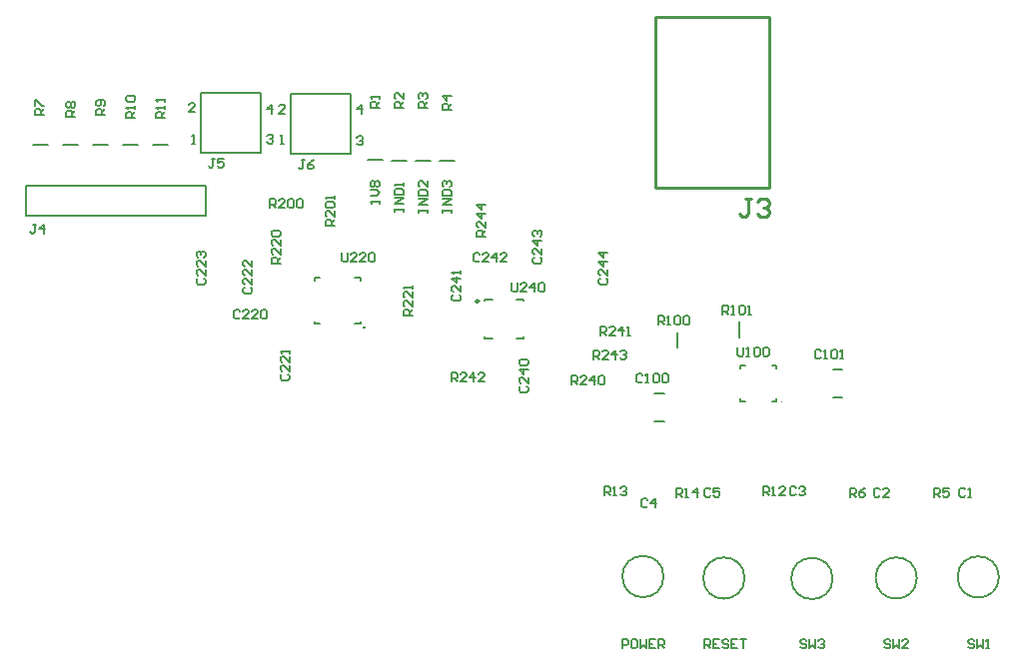
<source format=gto>
G04 Layer_Color=65535*
%FSLAX24Y24*%
%MOIN*%
G70*
G01*
G75*
%ADD34C,0.0100*%
%ADD46C,0.0050*%
%ADD47C,0.0098*%
%ADD48C,0.0039*%
%ADD49C,0.0079*%
%ADD50C,0.0080*%
D34*
X21444Y20760D02*
G03*
X21444Y20760I-14J0D01*
G01*
X31150Y31119D02*
X34950D01*
Y25419D02*
Y31119D01*
X31150Y25419D02*
X34950D01*
X31150D02*
Y31119D01*
X34350Y25050D02*
X34150D01*
X34250D01*
Y24550D01*
X34150Y24450D01*
X34050D01*
X33950Y24550D01*
X34550Y24950D02*
X34650Y25050D01*
X34850D01*
X34950Y24950D01*
Y24850D01*
X34850Y24750D01*
X34750D01*
X34850D01*
X34950Y24650D01*
Y24550D01*
X34850Y24450D01*
X34650D01*
X34550Y24550D01*
D46*
X31439Y12450D02*
G03*
X31439Y12450I-689J0D01*
G01*
X34139Y12400D02*
G03*
X34139Y12400I-689J0D01*
G01*
X37075Y12385D02*
G03*
X37075Y12385I-689J0D01*
G01*
X39889Y12400D02*
G03*
X39889Y12400I-689J0D01*
G01*
X42625Y12435D02*
G03*
X42625Y12435I-689J0D01*
G01*
X21550Y26350D02*
X22050D01*
X22350Y26335D02*
X22850D01*
X23150D02*
X23650D01*
X23950D02*
X24450D01*
X16450Y26400D02*
X16350D01*
X16400D01*
Y26150D01*
X16350Y26100D01*
X16300D01*
X16250Y26150D01*
X16750Y26400D02*
X16550D01*
Y26250D01*
X16650Y26300D01*
X16700D01*
X16750Y26250D01*
Y26150D01*
X16700Y26100D01*
X16600D01*
X16550Y26150D01*
X19450Y26350D02*
X19350D01*
X19400D01*
Y26100D01*
X19350Y26050D01*
X19300D01*
X19250Y26100D01*
X19750Y26350D02*
X19650Y26300D01*
X19550Y26200D01*
Y26100D01*
X19600Y26050D01*
X19700D01*
X19750Y26100D01*
Y26150D01*
X19700Y26200D01*
X19550D01*
X26380Y22250D02*
Y22000D01*
X26430Y21950D01*
X26530D01*
X26580Y22000D01*
Y22250D01*
X26880Y21950D02*
X26680D01*
X26880Y22150D01*
Y22200D01*
X26830Y22250D01*
X26730D01*
X26680Y22200D01*
X27130Y21950D02*
Y22250D01*
X26980Y22100D01*
X27180D01*
X27280Y22200D02*
X27330Y22250D01*
X27430D01*
X27480Y22200D01*
Y22000D01*
X27430Y21950D01*
X27330D01*
X27280Y22000D01*
Y22200D01*
X29083Y19700D02*
Y20000D01*
X29233D01*
X29283Y19950D01*
Y19850D01*
X29233Y19800D01*
X29083D01*
X29183D02*
X29283Y19700D01*
X29583D02*
X29383D01*
X29583Y19900D01*
Y19950D01*
X29533Y20000D01*
X29433D01*
X29383Y19950D01*
X29833Y19700D02*
Y20000D01*
X29683Y19850D01*
X29883D01*
X29983Y19950D02*
X30033Y20000D01*
X30133D01*
X30183Y19950D01*
Y19900D01*
X30133Y19850D01*
X30083D01*
X30133D01*
X30183Y19800D01*
Y19750D01*
X30133Y19700D01*
X30033D01*
X29983Y19750D01*
X24350Y18950D02*
Y19250D01*
X24500D01*
X24550Y19200D01*
Y19100D01*
X24500Y19050D01*
X24350D01*
X24450D02*
X24550Y18950D01*
X24850D02*
X24650D01*
X24850Y19150D01*
Y19200D01*
X24800Y19250D01*
X24700D01*
X24650Y19200D01*
X25100Y18950D02*
Y19250D01*
X24950Y19100D01*
X25150D01*
X25450Y18950D02*
X25250D01*
X25450Y19150D01*
Y19200D01*
X25400Y19250D01*
X25300D01*
X25250Y19200D01*
X29327Y20500D02*
Y20800D01*
X29477D01*
X29527Y20750D01*
Y20650D01*
X29477Y20600D01*
X29327D01*
X29427D02*
X29527Y20500D01*
X29827D02*
X29627D01*
X29827Y20700D01*
Y20750D01*
X29777Y20800D01*
X29677D01*
X29627Y20750D01*
X30077Y20500D02*
Y20800D01*
X29927Y20650D01*
X30127D01*
X30227Y20500D02*
X30327D01*
X30277D01*
Y20800D01*
X30227Y20750D01*
X28380Y18850D02*
Y19150D01*
X28530D01*
X28580Y19100D01*
Y19000D01*
X28530Y18950D01*
X28380D01*
X28480D02*
X28580Y18850D01*
X28880D02*
X28680D01*
X28880Y19050D01*
Y19100D01*
X28830Y19150D01*
X28730D01*
X28680Y19100D01*
X29130Y18850D02*
Y19150D01*
X28980Y19000D01*
X29180D01*
X29280Y19100D02*
X29330Y19150D01*
X29430D01*
X29480Y19100D01*
Y18900D01*
X29430Y18850D01*
X29330D01*
X29280Y18900D01*
Y19100D01*
X18650Y22900D02*
X18350D01*
Y23050D01*
X18400Y23100D01*
X18500D01*
X18550Y23050D01*
Y22900D01*
Y23000D02*
X18650Y23100D01*
Y23400D02*
Y23200D01*
X18450Y23400D01*
X18400D01*
X18350Y23350D01*
Y23250D01*
X18400Y23200D01*
X18650Y23700D02*
Y23500D01*
X18450Y23700D01*
X18400D01*
X18350Y23650D01*
Y23550D01*
X18400Y23500D01*
Y23800D02*
X18350Y23850D01*
Y23950D01*
X18400Y24000D01*
X18600D01*
X18650Y23950D01*
Y23850D01*
X18600Y23800D01*
X18400D01*
X20450Y24150D02*
X20150D01*
Y24300D01*
X20200Y24350D01*
X20300D01*
X20350Y24300D01*
Y24150D01*
Y24250D02*
X20450Y24350D01*
Y24650D02*
Y24450D01*
X20250Y24650D01*
X20200D01*
X20150Y24600D01*
Y24500D01*
X20200Y24450D01*
Y24750D02*
X20150Y24800D01*
Y24900D01*
X20200Y24950D01*
X20400D01*
X20450Y24900D01*
Y24800D01*
X20400Y24750D01*
X20200D01*
X20450Y25050D02*
Y25150D01*
Y25100D01*
X20150D01*
X20200Y25050D01*
X18300Y24750D02*
Y25050D01*
X18450D01*
X18500Y25000D01*
Y24900D01*
X18450Y24850D01*
X18300D01*
X18400D02*
X18500Y24750D01*
X18800D02*
X18600D01*
X18800Y24950D01*
Y25000D01*
X18750Y25050D01*
X18650D01*
X18600Y25000D01*
X18900D02*
X18950Y25050D01*
X19050D01*
X19100Y25000D01*
Y24800D01*
X19050Y24750D01*
X18950D01*
X18900Y24800D01*
Y25000D01*
X19200D02*
X19250Y25050D01*
X19350D01*
X19400Y25000D01*
Y24800D01*
X19350Y24750D01*
X19250D01*
X19200Y24800D01*
Y25000D01*
X29330Y22400D02*
X29280Y22350D01*
Y22250D01*
X29330Y22200D01*
X29530D01*
X29580Y22250D01*
Y22350D01*
X29530Y22400D01*
X29580Y22700D02*
Y22500D01*
X29380Y22700D01*
X29330D01*
X29280Y22650D01*
Y22550D01*
X29330Y22500D01*
X29580Y22950D02*
X29280D01*
X29430Y22800D01*
Y23000D01*
X29580Y23250D02*
X29280D01*
X29430Y23100D01*
Y23300D01*
X27130Y23097D02*
X27080Y23047D01*
Y22947D01*
X27130Y22897D01*
X27330D01*
X27380Y22947D01*
Y23047D01*
X27330Y23097D01*
X27380Y23397D02*
Y23197D01*
X27180Y23397D01*
X27130D01*
X27080Y23347D01*
Y23247D01*
X27130Y23197D01*
X27380Y23647D02*
X27080D01*
X27230Y23497D01*
Y23697D01*
X27130Y23797D02*
X27080Y23847D01*
Y23947D01*
X27130Y23996D01*
X27180D01*
X27230Y23947D01*
Y23897D01*
Y23947D01*
X27280Y23996D01*
X27330D01*
X27380Y23947D01*
Y23847D01*
X27330Y23797D01*
X25310Y23210D02*
X25260Y23260D01*
X25160D01*
X25110Y23210D01*
Y23010D01*
X25160Y22960D01*
X25260D01*
X25310Y23010D01*
X25610Y22960D02*
X25410D01*
X25610Y23160D01*
Y23210D01*
X25560Y23260D01*
X25460D01*
X25410Y23210D01*
X25860Y22960D02*
Y23260D01*
X25710Y23110D01*
X25910D01*
X26210Y22960D02*
X26010D01*
X26210Y23160D01*
Y23210D01*
X26160Y23260D01*
X26060D01*
X26010Y23210D01*
X24430Y21853D02*
X24380Y21803D01*
Y21703D01*
X24430Y21653D01*
X24630D01*
X24680Y21703D01*
Y21803D01*
X24630Y21853D01*
X24680Y22153D02*
Y21953D01*
X24480Y22153D01*
X24430D01*
X24380Y22103D01*
Y22003D01*
X24430Y21953D01*
X24680Y22403D02*
X24380D01*
X24530Y22253D01*
Y22453D01*
X24680Y22553D02*
Y22653D01*
Y22603D01*
X24380D01*
X24430Y22553D01*
X26680Y18800D02*
X26630Y18750D01*
Y18650D01*
X26680Y18600D01*
X26880D01*
X26930Y18650D01*
Y18750D01*
X26880Y18800D01*
X26930Y19100D02*
Y18900D01*
X26730Y19100D01*
X26680D01*
X26630Y19050D01*
Y18950D01*
X26680Y18900D01*
X26930Y19350D02*
X26630D01*
X26780Y19200D01*
Y19400D01*
X26680Y19500D02*
X26630Y19550D01*
Y19650D01*
X26680Y19700D01*
X26880D01*
X26930Y19650D01*
Y19550D01*
X26880Y19500D01*
X26680D01*
X15900Y22400D02*
X15850Y22350D01*
Y22250D01*
X15900Y22200D01*
X16100D01*
X16150Y22250D01*
Y22350D01*
X16100Y22400D01*
X16150Y22700D02*
Y22500D01*
X15950Y22700D01*
X15900D01*
X15850Y22650D01*
Y22550D01*
X15900Y22500D01*
X16150Y23000D02*
Y22800D01*
X15950Y23000D01*
X15900D01*
X15850Y22950D01*
Y22850D01*
X15900Y22800D01*
Y23100D02*
X15850Y23150D01*
Y23250D01*
X15900Y23300D01*
X15950D01*
X16000Y23250D01*
Y23200D01*
Y23250D01*
X16050Y23300D01*
X16100D01*
X16150Y23250D01*
Y23150D01*
X16100Y23100D01*
X17450Y22100D02*
X17400Y22050D01*
Y21950D01*
X17450Y21900D01*
X17650D01*
X17700Y21950D01*
Y22050D01*
X17650Y22100D01*
X17700Y22400D02*
Y22200D01*
X17500Y22400D01*
X17450D01*
X17400Y22350D01*
Y22250D01*
X17450Y22200D01*
X17700Y22700D02*
Y22500D01*
X17500Y22700D01*
X17450D01*
X17400Y22650D01*
Y22550D01*
X17450Y22500D01*
X17700Y23000D02*
Y22800D01*
X17500Y23000D01*
X17450D01*
X17400Y22950D01*
Y22850D01*
X17450Y22800D01*
X18700Y19200D02*
X18650Y19150D01*
Y19050D01*
X18700Y19000D01*
X18900D01*
X18950Y19050D01*
Y19150D01*
X18900Y19200D01*
X18950Y19500D02*
Y19300D01*
X18750Y19500D01*
X18700D01*
X18650Y19450D01*
Y19350D01*
X18700Y19300D01*
X18950Y19800D02*
Y19600D01*
X18750Y19800D01*
X18700D01*
X18650Y19750D01*
Y19650D01*
X18700Y19600D01*
X18950Y19900D02*
Y20000D01*
Y19950D01*
X18650D01*
X18700Y19900D01*
X17300Y21300D02*
X17250Y21350D01*
X17150D01*
X17100Y21300D01*
Y21100D01*
X17150Y21050D01*
X17250D01*
X17300Y21100D01*
X17600Y21050D02*
X17400D01*
X17600Y21250D01*
Y21300D01*
X17550Y21350D01*
X17450D01*
X17400Y21300D01*
X17900Y21050D02*
X17700D01*
X17900Y21250D01*
Y21300D01*
X17850Y21350D01*
X17750D01*
X17700Y21300D01*
X18000D02*
X18050Y21350D01*
X18150D01*
X18200Y21300D01*
Y21100D01*
X18150Y21050D01*
X18050D01*
X18000Y21100D01*
Y21300D01*
X30740Y19170D02*
X30690Y19220D01*
X30590D01*
X30540Y19170D01*
Y18970D01*
X30590Y18920D01*
X30690D01*
X30740Y18970D01*
X30840Y18920D02*
X30940D01*
X30890D01*
Y19220D01*
X30840Y19170D01*
X31090D02*
X31140Y19220D01*
X31240D01*
X31290Y19170D01*
Y18970D01*
X31240Y18920D01*
X31140D01*
X31090Y18970D01*
Y19170D01*
X31390D02*
X31440Y19220D01*
X31540D01*
X31590Y19170D01*
Y18970D01*
X31540Y18920D01*
X31440D01*
X31390Y18970D01*
Y19170D01*
X36690Y19970D02*
X36640Y20020D01*
X36540D01*
X36490Y19970D01*
Y19770D01*
X36540Y19720D01*
X36640D01*
X36690Y19770D01*
X36790Y19720D02*
X36890D01*
X36840D01*
Y20020D01*
X36790Y19970D01*
X37040D02*
X37090Y20020D01*
X37190D01*
X37240Y19970D01*
Y19770D01*
X37190Y19720D01*
X37090D01*
X37040Y19770D01*
Y19970D01*
X37340Y19720D02*
X37440D01*
X37390D01*
Y20020D01*
X37340Y19970D01*
X33910Y20110D02*
Y19860D01*
X33960Y19810D01*
X34060D01*
X34110Y19860D01*
Y20110D01*
X34210Y19810D02*
X34310D01*
X34260D01*
Y20110D01*
X34210Y20060D01*
X34460D02*
X34510Y20110D01*
X34610D01*
X34660Y20060D01*
Y19860D01*
X34610Y19810D01*
X34510D01*
X34460Y19860D01*
Y20060D01*
X34760D02*
X34810Y20110D01*
X34910D01*
X34960Y20060D01*
Y19860D01*
X34910Y19810D01*
X34810D01*
X34760Y19860D01*
Y20060D01*
X23050Y21147D02*
X22750D01*
Y21297D01*
X22800Y21347D01*
X22900D01*
X22950Y21297D01*
Y21147D01*
Y21247D02*
X23050Y21347D01*
Y21647D02*
Y21447D01*
X22850Y21647D01*
X22800D01*
X22750Y21597D01*
Y21497D01*
X22800Y21447D01*
X23050Y21947D02*
Y21747D01*
X22850Y21947D01*
X22800D01*
X22750Y21897D01*
Y21797D01*
X22800Y21747D01*
X23050Y22047D02*
Y22147D01*
Y22097D01*
X22750D01*
X22800Y22047D01*
X25500Y23800D02*
X25200D01*
Y23950D01*
X25250Y24000D01*
X25350D01*
X25400Y23950D01*
Y23800D01*
Y23900D02*
X25500Y24000D01*
Y24300D02*
Y24100D01*
X25300Y24300D01*
X25250D01*
X25200Y24250D01*
Y24150D01*
X25250Y24100D01*
X25500Y24550D02*
X25200D01*
X25350Y24400D01*
Y24600D01*
X25500Y24850D02*
X25200D01*
X25350Y24700D01*
Y24900D01*
X20700Y23250D02*
Y23000D01*
X20750Y22950D01*
X20850D01*
X20900Y23000D01*
Y23250D01*
X21200Y22950D02*
X21000D01*
X21200Y23150D01*
Y23200D01*
X21150Y23250D01*
X21050D01*
X21000Y23200D01*
X21500Y22950D02*
X21300D01*
X21500Y23150D01*
Y23200D01*
X21450Y23250D01*
X21350D01*
X21300Y23200D01*
X21600D02*
X21650Y23250D01*
X21750D01*
X21800Y23200D01*
Y23000D01*
X21750Y22950D01*
X21650D01*
X21600Y23000D01*
Y23200D01*
X21950Y24900D02*
Y25000D01*
Y24950D01*
X21650D01*
X21700Y24900D01*
X21650Y25150D02*
X21850D01*
X21950Y25250D01*
X21850Y25350D01*
X21650D01*
X21700Y25450D02*
X21650Y25500D01*
Y25600D01*
X21700Y25650D01*
X21750D01*
X21800Y25600D01*
X21850Y25650D01*
X21900D01*
X21950Y25600D01*
Y25500D01*
X21900Y25450D01*
X21850D01*
X21800Y25500D01*
X21750Y25450D01*
X21700D01*
X21800Y25500D02*
Y25600D01*
X41500Y15350D02*
X41450Y15400D01*
X41350D01*
X41300Y15350D01*
Y15150D01*
X41350Y15100D01*
X41450D01*
X41500Y15150D01*
X41600Y15100D02*
X41700D01*
X41650D01*
Y15400D01*
X41600Y15350D01*
X38650D02*
X38600Y15400D01*
X38500D01*
X38450Y15350D01*
Y15150D01*
X38500Y15100D01*
X38600D01*
X38650Y15150D01*
X38950Y15100D02*
X38750D01*
X38950Y15300D01*
Y15350D01*
X38900Y15400D01*
X38800D01*
X38750Y15350D01*
X35850Y15400D02*
X35800Y15450D01*
X35700D01*
X35650Y15400D01*
Y15200D01*
X35700Y15150D01*
X35800D01*
X35850Y15200D01*
X35950Y15400D02*
X36000Y15450D01*
X36100D01*
X36150Y15400D01*
Y15350D01*
X36100Y15300D01*
X36050D01*
X36100D01*
X36150Y15250D01*
Y15200D01*
X36100Y15150D01*
X36000D01*
X35950Y15200D01*
X22450Y24635D02*
Y24735D01*
Y24685D01*
X22750D01*
Y24635D01*
Y24735D01*
Y24885D02*
X22450D01*
X22750Y25085D01*
X22450D01*
Y25185D02*
X22750D01*
Y25335D01*
X22700Y25385D01*
X22500D01*
X22450Y25335D01*
Y25185D01*
X22750Y25485D02*
Y25585D01*
Y25535D01*
X22450D01*
X22500Y25485D01*
X23250Y24600D02*
Y24700D01*
Y24650D01*
X23550D01*
Y24600D01*
Y24700D01*
Y24850D02*
X23250D01*
X23550Y25050D01*
X23250D01*
Y25150D02*
X23550D01*
Y25300D01*
X23500Y25350D01*
X23300D01*
X23250Y25300D01*
Y25150D01*
X23550Y25650D02*
Y25450D01*
X23350Y25650D01*
X23300D01*
X23250Y25600D01*
Y25500D01*
X23300Y25450D01*
X24050Y24600D02*
Y24700D01*
Y24650D01*
X24350D01*
Y24600D01*
Y24700D01*
Y24850D02*
X24050D01*
X24350Y25050D01*
X24050D01*
Y25150D02*
X24350D01*
Y25300D01*
X24300Y25350D01*
X24100D01*
X24050Y25300D01*
Y25150D01*
X24100Y25450D02*
X24050Y25500D01*
Y25600D01*
X24100Y25650D01*
X24150D01*
X24200Y25600D01*
Y25550D01*
Y25600D01*
X24250Y25650D01*
X24300D01*
X24350Y25600D01*
Y25500D01*
X24300Y25450D01*
X10500Y24200D02*
X10400D01*
X10450D01*
Y23950D01*
X10400Y23900D01*
X10350D01*
X10300Y23950D01*
X10750Y23900D02*
Y24200D01*
X10600Y24050D01*
X10800D01*
X21950Y28100D02*
X21650D01*
Y28250D01*
X21700Y28300D01*
X21800D01*
X21850Y28250D01*
Y28100D01*
Y28200D02*
X21950Y28300D01*
Y28400D02*
Y28500D01*
Y28450D01*
X21650D01*
X21700Y28400D01*
X22750Y28085D02*
X22450D01*
Y28235D01*
X22500Y28285D01*
X22600D01*
X22650Y28235D01*
Y28085D01*
Y28185D02*
X22750Y28285D01*
Y28585D02*
Y28385D01*
X22550Y28585D01*
X22500D01*
X22450Y28535D01*
Y28435D01*
X22500Y28385D01*
X23550Y28085D02*
X23250D01*
Y28235D01*
X23300Y28285D01*
X23400D01*
X23450Y28235D01*
Y28085D01*
Y28185D02*
X23550Y28285D01*
X23300Y28385D02*
X23250Y28435D01*
Y28535D01*
X23300Y28585D01*
X23350D01*
X23400Y28535D01*
Y28485D01*
Y28535D01*
X23450Y28585D01*
X23500D01*
X23550Y28535D01*
Y28435D01*
X23500Y28385D01*
X24350Y28035D02*
X24050D01*
Y28185D01*
X24100Y28235D01*
X24200D01*
X24250Y28185D01*
Y28035D01*
Y28135D02*
X24350Y28235D01*
Y28485D02*
X24050D01*
X24200Y28335D01*
Y28535D01*
X40450Y15100D02*
Y15400D01*
X40600D01*
X40650Y15350D01*
Y15250D01*
X40600Y15200D01*
X40450D01*
X40550D02*
X40650Y15100D01*
X40950Y15400D02*
X40750D01*
Y15250D01*
X40850Y15300D01*
X40900D01*
X40950Y15250D01*
Y15150D01*
X40900Y15100D01*
X40800D01*
X40750Y15150D01*
X37650Y15100D02*
Y15400D01*
X37800D01*
X37850Y15350D01*
Y15250D01*
X37800Y15200D01*
X37650D01*
X37750D02*
X37850Y15100D01*
X38150Y15400D02*
X38050Y15350D01*
X37950Y15250D01*
Y15150D01*
X38000Y15100D01*
X38100D01*
X38150Y15150D01*
Y15200D01*
X38100Y15250D01*
X37950D01*
X10750Y27850D02*
X10450D01*
Y28000D01*
X10500Y28050D01*
X10600D01*
X10650Y28000D01*
Y27850D01*
Y27950D02*
X10750Y28050D01*
X10450Y28150D02*
Y28350D01*
X10500D01*
X10700Y28150D01*
X10750D01*
X11800Y27800D02*
X11500D01*
Y27950D01*
X11550Y28000D01*
X11650D01*
X11700Y27950D01*
Y27800D01*
Y27900D02*
X11800Y28000D01*
X11550Y28100D02*
X11500Y28150D01*
Y28250D01*
X11550Y28300D01*
X11600D01*
X11650Y28250D01*
X11700Y28300D01*
X11750D01*
X11800Y28250D01*
Y28150D01*
X11750Y28100D01*
X11700D01*
X11650Y28150D01*
X11600Y28100D01*
X11550D01*
X11650Y28150D02*
Y28250D01*
X12800Y27850D02*
X12500D01*
Y28000D01*
X12550Y28050D01*
X12650D01*
X12700Y28000D01*
Y27850D01*
Y27950D02*
X12800Y28050D01*
X12750Y28150D02*
X12800Y28200D01*
Y28300D01*
X12750Y28350D01*
X12550D01*
X12500Y28300D01*
Y28200D01*
X12550Y28150D01*
X12600D01*
X12650Y28200D01*
Y28350D01*
X13800Y27750D02*
X13500D01*
Y27900D01*
X13550Y27950D01*
X13650D01*
X13700Y27900D01*
Y27750D01*
Y27850D02*
X13800Y27950D01*
Y28050D02*
Y28150D01*
Y28100D01*
X13500D01*
X13550Y28050D01*
Y28300D02*
X13500Y28350D01*
Y28450D01*
X13550Y28500D01*
X13750D01*
X13800Y28450D01*
Y28350D01*
X13750Y28300D01*
X13550D01*
X14800Y27750D02*
X14500D01*
Y27900D01*
X14550Y27950D01*
X14650D01*
X14700Y27900D01*
Y27750D01*
Y27850D02*
X14800Y27950D01*
Y28050D02*
Y28150D01*
Y28100D01*
X14500D01*
X14550Y28050D01*
X14800Y28300D02*
Y28400D01*
Y28350D01*
X14500D01*
X14550Y28300D01*
X34750Y15150D02*
Y15450D01*
X34900D01*
X34950Y15400D01*
Y15300D01*
X34900Y15250D01*
X34750D01*
X34850D02*
X34950Y15150D01*
X35050D02*
X35150D01*
X35100D01*
Y15450D01*
X35050Y15400D01*
X35500Y15150D02*
X35300D01*
X35500Y15350D01*
Y15400D01*
X35450Y15450D01*
X35350D01*
X35300Y15400D01*
X41800Y10300D02*
X41750Y10350D01*
X41650D01*
X41600Y10300D01*
Y10250D01*
X41650Y10200D01*
X41750D01*
X41800Y10150D01*
Y10100D01*
X41750Y10050D01*
X41650D01*
X41600Y10100D01*
X41900Y10350D02*
Y10050D01*
X42000Y10150D01*
X42100Y10050D01*
Y10350D01*
X42200Y10050D02*
X42300D01*
X42250D01*
Y10350D01*
X42200Y10300D01*
X39000D02*
X38950Y10350D01*
X38850D01*
X38800Y10300D01*
Y10250D01*
X38850Y10200D01*
X38950D01*
X39000Y10150D01*
Y10100D01*
X38950Y10050D01*
X38850D01*
X38800Y10100D01*
X39100Y10350D02*
Y10050D01*
X39200Y10150D01*
X39300Y10050D01*
Y10350D01*
X39600Y10050D02*
X39400D01*
X39600Y10250D01*
Y10300D01*
X39550Y10350D01*
X39450D01*
X39400Y10300D01*
X36200D02*
X36150Y10350D01*
X36050D01*
X36000Y10300D01*
Y10250D01*
X36050Y10200D01*
X36150D01*
X36200Y10150D01*
Y10100D01*
X36150Y10050D01*
X36050D01*
X36000Y10100D01*
X36300Y10350D02*
Y10050D01*
X36400Y10150D01*
X36500Y10050D01*
Y10350D01*
X36600Y10300D02*
X36650Y10350D01*
X36750D01*
X36800Y10300D01*
Y10250D01*
X36750Y10200D01*
X36700D01*
X36750D01*
X36800Y10150D01*
Y10100D01*
X36750Y10050D01*
X36650D01*
X36600Y10100D01*
X30900Y15000D02*
X30850Y15050D01*
X30750D01*
X30700Y15000D01*
Y14800D01*
X30750Y14750D01*
X30850D01*
X30900Y14800D01*
X31150Y14750D02*
Y15050D01*
X31000Y14900D01*
X31200D01*
X33000Y15350D02*
X32950Y15400D01*
X32850D01*
X32800Y15350D01*
Y15150D01*
X32850Y15100D01*
X32950D01*
X33000Y15150D01*
X33300Y15400D02*
X33100D01*
Y15250D01*
X33200Y15300D01*
X33250D01*
X33300Y15250D01*
Y15150D01*
X33250Y15100D01*
X33150D01*
X33100Y15150D01*
X30050Y10050D02*
Y10350D01*
X30200D01*
X30250Y10300D01*
Y10200D01*
X30200Y10150D01*
X30050D01*
X30500Y10350D02*
X30400D01*
X30350Y10300D01*
Y10100D01*
X30400Y10050D01*
X30500D01*
X30550Y10100D01*
Y10300D01*
X30500Y10350D01*
X30650D02*
Y10050D01*
X30750Y10150D01*
X30850Y10050D01*
Y10350D01*
X31150D02*
X30950D01*
Y10050D01*
X31150D01*
X30950Y10200D02*
X31050D01*
X31250Y10050D02*
Y10350D01*
X31400D01*
X31450Y10300D01*
Y10200D01*
X31400Y10150D01*
X31250D01*
X31350D02*
X31450Y10050D01*
X29450Y15150D02*
Y15450D01*
X29600D01*
X29650Y15400D01*
Y15300D01*
X29600Y15250D01*
X29450D01*
X29550D02*
X29650Y15150D01*
X29750D02*
X29850D01*
X29800D01*
Y15450D01*
X29750Y15400D01*
X30000D02*
X30050Y15450D01*
X30150D01*
X30200Y15400D01*
Y15350D01*
X30150Y15300D01*
X30100D01*
X30150D01*
X30200Y15250D01*
Y15200D01*
X30150Y15150D01*
X30050D01*
X30000Y15200D01*
X31850Y15100D02*
Y15400D01*
X32000D01*
X32050Y15350D01*
Y15250D01*
X32000Y15200D01*
X31850D01*
X31950D02*
X32050Y15100D01*
X32150D02*
X32250D01*
X32200D01*
Y15400D01*
X32150Y15350D01*
X32550Y15100D02*
Y15400D01*
X32400Y15250D01*
X32600D01*
X32800Y10050D02*
Y10350D01*
X32950D01*
X33000Y10300D01*
Y10200D01*
X32950Y10150D01*
X32800D01*
X32900D02*
X33000Y10050D01*
X33300Y10350D02*
X33100D01*
Y10050D01*
X33300D01*
X33100Y10200D02*
X33200D01*
X33600Y10300D02*
X33550Y10350D01*
X33450D01*
X33400Y10300D01*
Y10250D01*
X33450Y10200D01*
X33550D01*
X33600Y10150D01*
Y10100D01*
X33550Y10050D01*
X33450D01*
X33400Y10100D01*
X33900Y10350D02*
X33700D01*
Y10050D01*
X33900D01*
X33700Y10200D02*
X33800D01*
X34000Y10350D02*
X34200D01*
X34100D01*
Y10050D01*
X31250Y20850D02*
Y21150D01*
X31400D01*
X31450Y21100D01*
Y21000D01*
X31400Y20950D01*
X31250D01*
X31350D02*
X31450Y20850D01*
X31550D02*
X31650D01*
X31600D01*
Y21150D01*
X31550Y21100D01*
X31800D02*
X31850Y21150D01*
X31950D01*
X32000Y21100D01*
Y20900D01*
X31950Y20850D01*
X31850D01*
X31800Y20900D01*
Y21100D01*
X32100D02*
X32150Y21150D01*
X32250D01*
X32300Y21100D01*
Y20900D01*
X32250Y20850D01*
X32150D01*
X32100Y20900D01*
Y21100D01*
X33400Y21200D02*
Y21500D01*
X33550D01*
X33600Y21450D01*
Y21350D01*
X33550Y21300D01*
X33400D01*
X33500D02*
X33600Y21200D01*
X33700D02*
X33800D01*
X33750D01*
Y21500D01*
X33700Y21450D01*
X33950D02*
X34000Y21500D01*
X34100D01*
X34150Y21450D01*
Y21250D01*
X34100Y21200D01*
X34000D01*
X33950Y21250D01*
Y21450D01*
X34250Y21200D02*
X34350D01*
X34300D01*
Y21500D01*
X34250Y21450D01*
D47*
X25274Y21641D02*
G03*
X25274Y21641I-49J0D01*
G01*
D48*
X35387Y18290D02*
G03*
X35387Y18290I-20J0D01*
G01*
D49*
X16000Y28600D02*
X18000D01*
X16000Y26600D02*
Y28600D01*
X18000Y26600D02*
Y28600D01*
X16000Y26600D02*
X18000D01*
X19000Y28550D02*
X21000D01*
X19000Y26550D02*
Y28550D01*
X21000Y26550D02*
Y28550D01*
X19000Y26550D02*
X21000D01*
X10150Y25500D02*
X16150D01*
X10150Y24500D02*
X16150D01*
Y25500D01*
X10150Y24500D02*
Y25500D01*
X33950Y20444D02*
Y20956D01*
X31900Y20094D02*
Y20606D01*
X19782Y20882D02*
X19959D01*
X19782D02*
Y20961D01*
Y22418D02*
X19959D01*
X19782Y22339D02*
Y22418D01*
X21141Y20882D02*
X21318D01*
Y20961D01*
X21141Y22418D02*
X21318D01*
Y22339D02*
Y22418D01*
X25480Y21650D02*
Y21700D01*
X25726D01*
X26534D02*
X26780D01*
Y21650D02*
Y21700D01*
Y20400D02*
Y20450D01*
X26534Y20400D02*
X26780D01*
X25480D02*
Y20450D01*
Y20400D02*
X25726D01*
X31143Y18572D02*
X31457D01*
X31143Y17628D02*
X31457D01*
X37093Y18428D02*
X37407D01*
X37093Y19372D02*
X37407D01*
X33990Y19510D02*
X34147D01*
X35053D02*
X35210D01*
X33990Y18290D02*
X34147D01*
X35053D02*
X35210D01*
X33990Y19402D02*
Y19510D01*
Y18290D02*
Y18398D01*
X35210Y19402D02*
Y19510D01*
Y18290D02*
Y18398D01*
X10394Y26850D02*
X10906D01*
X11394D02*
X11906D01*
X12394D02*
X12906D01*
X13394D02*
X13906D01*
X14394D02*
X14906D01*
D50*
X15700Y26900D02*
X15800D01*
X15750D01*
Y27200D01*
X15700Y27150D01*
X15800Y27950D02*
X15600D01*
X15800Y28150D01*
Y28200D01*
X15750Y28250D01*
X15650D01*
X15600Y28200D01*
X18350Y27900D02*
Y28200D01*
X18200Y28050D01*
X18400D01*
X18200Y27150D02*
X18250Y27200D01*
X18350D01*
X18400Y27150D01*
Y27100D01*
X18350Y27050D01*
X18300D01*
X18350D01*
X18400Y27000D01*
Y26950D01*
X18350Y26900D01*
X18250D01*
X18200Y26950D01*
X18650Y26900D02*
X18750D01*
X18700D01*
Y27200D01*
X18650Y27150D01*
X18800Y27900D02*
X18600D01*
X18800Y28100D01*
Y28150D01*
X18750Y28200D01*
X18650D01*
X18600Y28150D01*
X21350Y27900D02*
Y28200D01*
X21200Y28050D01*
X21400D01*
X21200Y27100D02*
X21250Y27150D01*
X21350D01*
X21400Y27100D01*
Y27050D01*
X21350Y27000D01*
X21300D01*
X21350D01*
X21400Y26950D01*
Y26900D01*
X21350Y26850D01*
X21250D01*
X21200Y26900D01*
M02*

</source>
